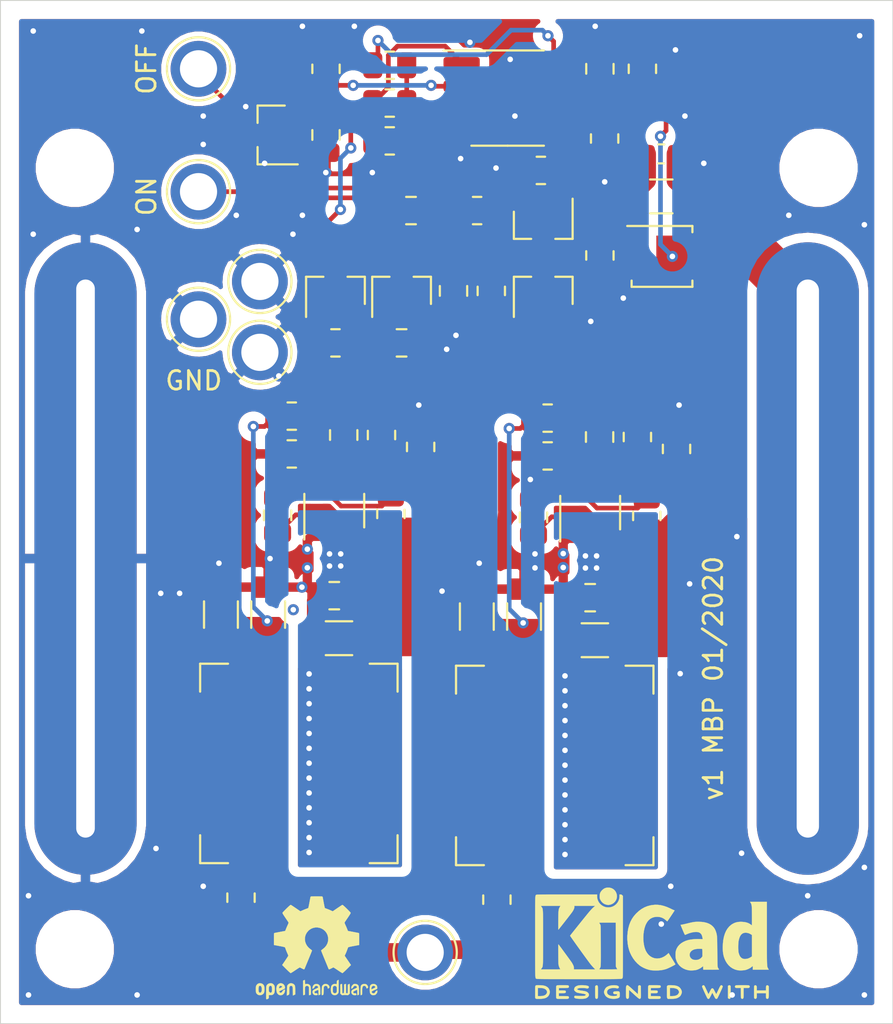
<source format=kicad_pcb>
(kicad_pcb (version 20171130) (host pcbnew 5.1.9-73d0e3b20d~88~ubuntu20.10.1)
  (layers (0 F.Cu signal) (31 B.Cu signal hide) (34 B.Paste user hide) (35 F.Paste user hide) (36 B.SilkS user hide) (37 F.SilkS user) (38 B.Mask user hide) (39 F.Mask user hide) (44 Edge.Cuts user))
  (net 0 "")
  (net 1 GND)
  (net 2 VBUS)
  (net 3 "Net-(C3-Pad2)")
  (net 4 "Net-(C3-Pad1)")
  (net 5 "Net-(C4-Pad2)")
  (net 6 "Net-(C4-Pad1)")
  (net 7 "Net-(C5-Pad1)")
  (net 8 "Net-(C6-Pad2)")
  (net 9 "Net-(C6-Pad1)")
  (net 10 +12V)
  (net 11 "Net-(C8-Pad1)")
  (net 12 "Net-(C13-Pad1)")
  (net 13 "Net-(C14-Pad2)")
  (net 14 "Net-(C14-Pad1)")
  (net 15 "Net-(C16-Pad2)")
  (net 16 "Net-(C16-Pad1)")
  (net 17 "Net-(D1-Pad1)")
  (net 18 +BATT)
  (net 19 "Net-(BT1-Pad1)")
  (net 20 "Net-(Q2-Pad3)")
  (net 21 "Net-(R1-Pad2)")
  (net 22 "Net-(R10-Pad2)")
  (net 23 "Net-(R10-Pad1)")
  (net 24 "Net-(R11-Pad2)")
  (net 25 "Net-(R13-Pad1)")
  (net 26 "Net-(R14-Pad2)")
  (net 27 "Net-(U2-Pad7)")
  (net 28 "Net-(J5-Pad1)")
  (module Symbol:KiCad-Logo2_5mm_SilkScreen (layer F.Cu) (at 161.036 105.664)
    (fp_text reference LOGO2 hide)
    (fp_text value Kicad hide)
  )
  (module Symbol:OSHW-Logo2_7.3x6mm_SilkScreen (layer F.Cu) (at 143.002 105.918)
    (fp_text reference LOGO1 hide)
    (fp_text value oshw hide)
  )
  (module makita_protector:Fiducial_1mm_Mask2mm_Paste (layer F.Cu) (at 164.084 99.314)
    (fp_text reference FID3 hide)
    (fp_text value Fiducial)
    (pad "" smd circle (at 0 0) (size 1 1) (layers F.Cu F.Paste F.Mask) (clearance 0.5))
  )
  (module makita_protector:Fiducial_1mm_Mask2mm_Paste (layer F.Cu) (at 169.926 58.928)
    (fp_text reference FID2 hide)
    (fp_text value Fiducial)
    (pad "" smd circle (at 0 0) (size 1 1) (layers F.Cu F.Paste F.Mask) (clearance 0.5))
  )
  (module makita_protector:Fiducial_1mm_Mask2mm_Paste (layer F.Cu) (at 129.794 58.42)
    (fp_text reference FID1 hide)
    (fp_text value Fiducial)
    (pad "" smd circle (at 0 0) (size 1 1) (layers F.Cu F.Paste F.Mask) (clearance 0.5))
  )
  (module makita_protector:L_Bourns-SRN1060 (layer F.Cu) (at 142.0495 96.012 180)
    (fp_text reference L1 hide)
    (fp_text value SRN1060-220M)
    (pad 2 smd rect (at 3.3 0 180) (size 3.5 10.2) (layers F.Cu F.Paste F.Mask) (net 10 +12V))
    (pad 1 smd rect (at -3.3 0 180) (size 3.5 10.2) (layers F.Cu F.Paste F.Mask) (net 6 "Net-(C4-Pad1)"))
  )
  (module MountingHole:MountingHole_3.2mm_M3_DIN965 (layer F.Cu) (at 130 106)
    (fp_text reference H4 hide)
    (fp_text value MountingHole)
    (pad 1 np_thru_hole circle (at 0 0) (size 3.2 3.2) (drill 3.2) (layers *.Cu *.Mask))
  )
  (module MountingHole:MountingHole_3.2mm_M3_DIN965 (layer F.Cu) (at 170 64)
    (fp_text reference H3 hide)
    (fp_text value MountingHole)
    (pad 1 np_thru_hole circle (at 0 0) (size 3.2 3.2) (drill 3.2) (layers *.Cu *.Mask))
  )
  (module MountingHole:MountingHole_3.2mm_M3_DIN965 (layer F.Cu) (at 170 106)
    (fp_text reference H2 hide)
    (fp_text value MountingHole)
    (pad 1 np_thru_hole circle (at 0 0) (size 3.2 3.2) (drill 3.2) (layers *.Cu *.Mask))
  )
  (module MountingHole:MountingHole_3.2mm_M3_DIN965 (layer F.Cu) (at 130 64)
    (fp_text reference H1 hide)
    (fp_text value MountingHole)
    (pad 1 np_thru_hole circle (at 0 0) (size 3.2 3.2) (drill 3.2) (layers *.Cu *.Mask))
  )
  (module TestPoint:TestPoint_Plated_Hole_D2.0mm (layer F.Cu) (at 136.652 72.136)
    (fp_text reference J6 hide)
    (fp_text value GND)
    (pad 1 thru_hole circle (at 0 0) (size 3 3) (drill 2) (layers *.Cu *.Mask) (net 1 GND))
  )
  (module TestPoint:TestPoint_Plated_Hole_D2.0mm (layer F.Cu) (at 136.652 58.674)
    (fp_text reference J5 hide)
    (fp_text value FORCE_OFF)
    (pad 1 thru_hole circle (at 0 0) (size 3 3) (drill 2) (layers *.Cu *.Mask) (net 28 "Net-(J5-Pad1)"))
  )
  (module TestPoint:TestPoint_Plated_Hole_D2.0mm (layer F.Cu) (at 139.954 70.104)
    (fp_text reference J4 hide)
    (fp_text value GND)
    (pad 1 thru_hole circle (at 0 0) (size 3 3) (drill 2) (layers *.Cu *.Mask) (net 1 GND))
  )
  (module TestPoint:TestPoint_Plated_Hole_D2.0mm (layer F.Cu) (at 136.652 65.278)
    (fp_text reference J3 hide)
    (fp_text value FORCE_ON)
    (pad 1 thru_hole circle (at 0 0) (size 3 3) (drill 2) (layers *.Cu *.Mask) (net 3 "Net-(C3-Pad2)"))
  )
  (module TestPoint:TestPoint_Plated_Hole_D2.0mm (layer F.Cu) (at 139.954 73.914)
    (fp_text reference J2 hide)
    (fp_text value GND)
    (pad 1 thru_hole circle (at 0 0) (size 3 3) (drill 2) (layers *.Cu *.Mask) (net 1 GND))
  )
  (module TestPoint:TestPoint_Plated_Hole_D2.0mm (layer F.Cu) (at 148.844 106.172)
    (fp_text reference J1 hide)
    (fp_text value 12V)
    (pad 1 thru_hole circle (at 0 0) (size 3 3) (drill 2) (layers *.Cu *.Mask) (net 10 +12V))
  )
  (module makita_protector:contact_plates (layer F.Cu) (at 150 85)
    (fp_text reference BT1 hide)
    (fp_text value Battery)
    (pad 2 thru_hole oval (at -19.425 0) (size 5.5 34) (drill oval 1 30) (layers *.Cu *.Mask) (net 1 GND))
    (pad 1 thru_hole oval (at 19.425 0) (size 5.5 34) (drill oval 1.2 30) (layers *.Cu *.Mask) (net 19 "Net-(BT1-Pad1)"))
  )
  (module Resistor_SMD:R_0805_2012Metric (layer F.Cu) (at 152.7015 103.335 90)
    (fp_text reference R23 hide)
    (fp_text value DNP)
    (pad 2 smd roundrect (at 0.9125 0 90) (size 1.025 1.4) (layers F.Cu F.Paste F.Mask) (roundrect_rratio 0.2439014634146341) (net 10 +12V))
    (pad 1 smd roundrect (at -0.9125 0 90) (size 1.025 1.4) (layers F.Cu F.Paste F.Mask) (roundrect_rratio 0.2439014634146341) (net 10 +12V))
  )
  (module Resistor_SMD:R_0805_2012Metric (layer F.Cu) (at 138.938 103.2275 90)
    (fp_text reference R22 hide)
    (fp_text value DNP)
    (pad 2 smd roundrect (at 0.9125 0 90) (size 1.025 1.4) (layers F.Cu F.Paste F.Mask) (roundrect_rratio 0.2439014634146341) (net 10 +12V))
    (pad 1 smd roundrect (at -0.9125 0 90) (size 1.025 1.4) (layers F.Cu F.Paste F.Mask) (roundrect_rratio 0.2439014634146341) (net 10 +12V))
  )
  (module makita_protector:L_Bourns-SRN1060 (layer F.Cu) (at 155.813 96.1195 180)
    (fp_text reference L2 hide)
    (fp_text value SRN1060-220M)
    (pad 2 smd rect (at 3.3 0 180) (size 3.5 10.2) (layers F.Cu F.Paste F.Mask) (net 10 +12V))
    (pad 1 smd rect (at -3.3 0 180) (size 3.5 10.2) (layers F.Cu F.Paste F.Mask) (net 14 "Net-(C14-Pad1)"))
  )
  (module Package_TO_SOT_SMD:SOT-23-6 (layer F.Cu) (at 157.718 82.5305 90)
    (fp_text reference U3 hide)
    (fp_text value TPS54302)
    (pad 5 smd rect (at 1.1 0 90) (size 1.06 0.65) (layers F.Cu F.Paste F.Mask) (net 24 "Net-(R11-Pad2)"))
    (pad 6 smd rect (at 1.1 -0.95 90) (size 1.06 0.65) (layers F.Cu F.Paste F.Mask) (net 13 "Net-(C14-Pad2)"))
    (pad 4 smd rect (at 1.1 0.95 90) (size 1.06 0.65) (layers F.Cu F.Paste F.Mask) (net 15 "Net-(C16-Pad2)"))
    (pad 3 smd rect (at -1.1 0.95 90) (size 1.06 0.65) (layers F.Cu F.Paste F.Mask) (net 2 VBUS))
    (pad 2 smd rect (at -1.1 0 90) (size 1.06 0.65) (layers F.Cu F.Paste F.Mask) (net 14 "Net-(C14-Pad1)"))
    (pad 1 smd rect (at -1.1 -0.95 90) (size 1.06 0.65) (layers F.Cu F.Paste F.Mask) (net 1 GND))
  )
  (module Resistor_SMD:R_0805_2012Metric (layer F.Cu) (at 155.432 79.4825 180)
    (fp_text reference R19 hide)
    (fp_text value 5k6)
    (pad 2 smd roundrect (at 0.9125 0 180) (size 1.025 1.4) (layers F.Cu F.Paste F.Mask) (roundrect_rratio 0.2439014634146341) (net 1 GND))
    (pad 1 smd roundrect (at -0.9125 0 180) (size 1.025 1.4) (layers F.Cu F.Paste F.Mask) (roundrect_rratio 0.2439014634146341) (net 15 "Net-(C16-Pad2)"))
  )
  (module Resistor_SMD:R_0805_2012Metric (layer F.Cu) (at 160.258 78.4665 270)
    (fp_text reference R18 hide)
    (fp_text value 100k)
    (pad 2 smd roundrect (at 0.9125 0 270) (size 1.025 1.4) (layers F.Cu F.Paste F.Mask) (roundrect_rratio 0.2439014634146341) (net 15 "Net-(C16-Pad2)"))
    (pad 1 smd roundrect (at -0.9125 0 270) (size 1.025 1.4) (layers F.Cu F.Paste F.Mask) (roundrect_rratio 0.2439014634146341) (net 16 "Net-(C16-Pad1)"))
  )
  (module Resistor_SMD:R_0805_2012Metric (layer F.Cu) (at 155.432 77.4505)
    (fp_text reference R17 hide)
    (fp_text value 47R)
    (pad 2 smd roundrect (at 0.9125 0) (size 1.025 1.4) (layers F.Cu F.Paste F.Mask) (roundrect_rratio 0.2439014634146341) (net 16 "Net-(C16-Pad1)"))
    (pad 1 smd roundrect (at -0.9125 0) (size 1.025 1.4) (layers F.Cu F.Paste F.Mask) (roundrect_rratio 0.2439014634146341) (net 10 +12V))
  )
  (module Resistor_SMD:R_0805_2012Metric (layer F.Cu) (at 162.3635 79.1075 90)
    (fp_text reference R12 hide)
    (fp_text value R)
    (pad 2 smd roundrect (at 0.9125 0 90) (size 1.025 1.4) (layers F.Cu F.Paste F.Mask) (roundrect_rratio 0.2439014634146341) (net 1 GND))
    (pad 1 smd roundrect (at -0.9125 0 90) (size 1.025 1.4) (layers F.Cu F.Paste F.Mask) (roundrect_rratio 0.2439014634146341) (net 24 "Net-(R11-Pad2)"))
  )
  (module Resistor_SMD:R_0805_2012Metric (layer F.Cu) (at 160.7635 82.7075 90)
    (fp_text reference R11 hide)
    (fp_text value R)
    (pad 2 smd roundrect (at 0.9125 0 90) (size 1.025 1.4) (layers F.Cu F.Paste F.Mask) (roundrect_rratio 0.2439014634146341) (net 24 "Net-(R11-Pad2)"))
    (pad 1 smd roundrect (at -0.9125 0 90) (size 1.025 1.4) (layers F.Cu F.Paste F.Mask) (roundrect_rratio 0.2439014634146341) (net 2 VBUS))
  )
  (module Capacitor_SMD:C_1206_3216Metric (layer F.Cu) (at 154.162 88.1185 90)
    (fp_text reference C18 hide)
    (fp_text value 10u)
    (pad 2 smd roundrect (at 1.475 0 90) (size 1.15 1.8) (layers F.Cu F.Paste F.Mask) (roundrect_rratio 0.2173904347826087) (net 1 GND))
    (pad 1 smd roundrect (at -1.475 0 90) (size 1.15 1.8) (layers F.Cu F.Paste F.Mask) (roundrect_rratio 0.2173904347826087) (net 10 +12V))
  )
  (module Capacitor_SMD:C_1206_3216Metric (layer F.Cu) (at 151.622 88.1185 90)
    (fp_text reference C17 hide)
    (fp_text value 10u)
    (pad 2 smd roundrect (at 1.475 0 90) (size 1.15 1.8) (layers F.Cu F.Paste F.Mask) (roundrect_rratio 0.2173904347826087) (net 1 GND))
    (pad 1 smd roundrect (at -1.475 0 90) (size 1.15 1.8) (layers F.Cu F.Paste F.Mask) (roundrect_rratio 0.2173904347826087) (net 10 +12V))
  )
  (module Capacitor_SMD:C_0805_2012Metric (layer F.Cu) (at 158.226 78.4665 270)
    (fp_text reference C16 hide)
    (fp_text value 100p)
    (pad 2 smd roundrect (at 0.95 0 270) (size 1 1.45) (layers F.Cu F.Paste F.Mask) (net 15 "Net-(C16-Pad2)"))
    (pad 1 smd roundrect (at -0.95 0 270) (size 1 1.45) (layers F.Cu F.Paste F.Mask) (net 16 "Net-(C16-Pad1)"))
  )
  (module Capacitor_SMD:C_0805_2012Metric (layer F.Cu) (at 154.67 82.7845 90)
    (fp_text reference C14 hide)
    (fp_text value 100n)
    (pad 2 smd roundrect (at 0.95 0 90) (size 1 1.45) (layers F.Cu F.Paste F.Mask) (net 13 "Net-(C14-Pad2)"))
    (pad 1 smd roundrect (at -0.95 0 90) (size 1 1.45) (layers F.Cu F.Paste F.Mask) (net 14 "Net-(C14-Pad1)"))
  )
  (module Capacitor_SMD:C_1206_3216Metric (layer F.Cu) (at 157.972 89.3885 180)
    (fp_text reference C12 hide)
    (fp_text value 10u)
    (pad 2 smd roundrect (at 1.475 0 180) (size 1.15 1.8) (layers F.Cu F.Paste F.Mask) (roundrect_rratio 0.2173904347826087) (net 1 GND))
    (pad 1 smd roundrect (at -1.475 0 180) (size 1.15 1.8) (layers F.Cu F.Paste F.Mask) (roundrect_rratio 0.2173904347826087) (net 2 VBUS))
  )
  (module Capacitor_SMD:C_0805_2012Metric (layer F.Cu) (at 157.718 87.1025 180)
    (fp_text reference C11 hide)
    (fp_text value 100n)
    (pad 2 smd roundrect (at 0.95 0 180) (size 1 1.45) (layers F.Cu F.Paste F.Mask) (net 1 GND))
    (pad 1 smd roundrect (at -0.95 0 180) (size 1 1.45) (layers F.Cu F.Paste F.Mask) (net 2 VBUS))
  )
  (module Fuse:Fuse_0603_1608Metric (layer F.Cu) (at 161.544 63.246)
    (fp_text reference F2 hide)
    (fp_text value Fuse)
    (pad 2 smd roundrect (at 0.7875 0) (size 0.875 0.95) (layers F.Cu F.Paste F.Mask) (net 19 "Net-(BT1-Pad1)"))
    (pad 1 smd roundrect (at -0.7875 0) (size 0.875 0.95) (layers F.Cu F.Paste F.Mask) (net 18 +BATT))
  )
  (module Capacitor_SMD:C_0805_2012Metric (layer F.Cu) (at 140.9065 82.677 90)
    (fp_text reference C4 hide)
    (fp_text value 100n)
    (pad 2 smd roundrect (at 0.95 0 90) (size 1 1.45) (layers F.Cu F.Paste F.Mask) (net 5 "Net-(C4-Pad2)"))
    (pad 1 smd roundrect (at -0.95 0 90) (size 1 1.45) (layers F.Cu F.Paste F.Mask) (net 6 "Net-(C4-Pad1)"))
  )
  (module Package_SO:SOIC-8_3.9x4.9mm_P1.27mm (layer F.Cu) (at 153.279 60.2465)
    (fp_text reference U2 hide)
    (fp_text value LM2903)
    (pad 8 smd roundrect (at 2.475 -1.905) (size 1.95 0.6) (layers F.Cu F.Paste F.Mask) (net 2 VBUS))
    (pad 7 smd roundrect (at 2.475 -0.635) (size 1.95 0.6) (layers F.Cu F.Paste F.Mask) (net 27 "Net-(U2-Pad7)"))
    (pad 6 smd roundrect (at 2.475 0.635) (size 1.95 0.6) (layers F.Cu F.Paste F.Mask) (net 26 "Net-(R14-Pad2)"))
    (pad 5 smd roundrect (at 2.475 1.905) (size 1.95 0.6) (layers F.Cu F.Paste F.Mask) (net 25 "Net-(R13-Pad1)"))
    (pad 4 smd roundrect (at -2.475 1.905) (size 1.95 0.6) (layers F.Cu F.Paste F.Mask) (net 1 GND))
    (pad 3 smd roundrect (at -2.475 0.635) (size 1.95 0.6) (layers F.Cu F.Paste F.Mask) (net 23 "Net-(R10-Pad1)"))
    (pad 2 smd roundrect (at -2.475 -0.635) (size 1.95 0.6) (layers F.Cu F.Paste F.Mask) (net 12 "Net-(C13-Pad1)"))
    (pad 1 smd roundrect (at -2.475 -1.905) (size 1.95 0.6) (layers F.Cu F.Paste F.Mask) (net 22 "Net-(R10-Pad2)"))
  )
  (module Package_TO_SOT_SMD:SOT-23-6 (layer F.Cu) (at 143.9545 82.423 90)
    (fp_text reference U1 hide)
    (fp_text value TPS54302)
    (pad 5 smd rect (at 1.1 0 90) (size 1.06 0.65) (layers F.Cu F.Paste F.Mask) (net 21 "Net-(R1-Pad2)"))
    (pad 6 smd rect (at 1.1 -0.95 90) (size 1.06 0.65) (layers F.Cu F.Paste F.Mask) (net 5 "Net-(C4-Pad2)"))
    (pad 4 smd rect (at 1.1 0.95 90) (size 1.06 0.65) (layers F.Cu F.Paste F.Mask) (net 8 "Net-(C6-Pad2)"))
    (pad 3 smd rect (at -1.1 0.95 90) (size 1.06 0.65) (layers F.Cu F.Paste F.Mask) (net 2 VBUS))
    (pad 2 smd rect (at -1.1 0 90) (size 1.06 0.65) (layers F.Cu F.Paste F.Mask) (net 6 "Net-(C4-Pad1)"))
    (pad 1 smd rect (at -1.1 -0.95 90) (size 1.06 0.65) (layers F.Cu F.Paste F.Mask) (net 1 GND))
  )
  (module Resistor_SMD:R_0805_2012Metric (layer F.Cu) (at 146.939 62.5475 180)
    (fp_text reference R21 hide)
    (fp_text value 100k)
    (pad 2 smd roundrect (at 0.9125 0 180) (size 1.025 1.4) (layers F.Cu F.Paste F.Mask) (roundrect_rratio 0.2439014634146341) (net 1 GND))
    (pad 1 smd roundrect (at -0.9125 0 180) (size 1.025 1.4) (layers F.Cu F.Paste F.Mask) (roundrect_rratio 0.2439014634146341) (net 23 "Net-(R10-Pad1)"))
  )
  (module Resistor_SMD:R_0805_2012Metric (layer F.Cu) (at 146.939 58.4835)
    (fp_text reference R20 hide)
    (fp_text value 100k)
    (pad 2 smd roundrect (at 0.9125 0) (size 1.025 1.4) (layers F.Cu F.Paste F.Mask) (roundrect_rratio 0.2439014634146341) (net 23 "Net-(R10-Pad1)"))
    (pad 1 smd roundrect (at -0.9125 0) (size 1.025 1.4) (layers F.Cu F.Paste F.Mask) (roundrect_rratio 0.2439014634146341) (net 2 VBUS))
  )
  (module Resistor_SMD:R_0805_2012Metric (layer F.Cu) (at 155.067 64.135)
    (fp_text reference R16 hide)
    (fp_text value 33k)
    (pad 2 smd roundrect (at 0.9125 0) (size 1.025 1.4) (layers F.Cu F.Paste F.Mask) (roundrect_rratio 0.2439014634146341) (net 28 "Net-(J5-Pad1)"))
    (pad 1 smd roundrect (at -0.9125 0) (size 1.025 1.4) (layers F.Cu F.Paste F.Mask) (roundrect_rratio 0.2439014634146341) (net 23 "Net-(R10-Pad1)"))
  )
  (module Resistor_SMD:R_0805_2012Metric (layer F.Cu) (at 143.51 58.674 270)
    (fp_text reference R15 hide)
    (fp_text value 100k)
    (pad 2 smd roundrect (at 0.9125 0 270) (size 1.025 1.4) (layers F.Cu F.Paste F.Mask) (roundrect_rratio 0.2439014634146341) (net 12 "Net-(C13-Pad1)"))
    (pad 1 smd roundrect (at -0.9125 0 270) (size 1.025 1.4) (layers F.Cu F.Paste F.Mask) (roundrect_rratio 0.2439014634146341) (net 2 VBUS))
  )
  (module Resistor_SMD:R_0805_2012Metric (layer F.Cu) (at 160.528 58.674 270)
    (fp_text reference R14 hide)
    (fp_text value 100k)
    (pad 2 smd roundrect (at 0.9125 0 270) (size 1.025 1.4) (layers F.Cu F.Paste F.Mask) (roundrect_rratio 0.2439014634146341) (net 26 "Net-(R14-Pad2)"))
    (pad 1 smd roundrect (at -0.9125 0 270) (size 1.025 1.4) (layers F.Cu F.Paste F.Mask) (roundrect_rratio 0.2439014634146341) (net 2 VBUS))
  )
  (module Resistor_SMD:R_0805_2012Metric (layer F.Cu) (at 158.496 62.4205 270)
    (fp_text reference R13 hide)
    (fp_text value 100k)
    (pad 2 smd roundrect (at 0.9125 0 270) (size 1.025 1.4) (layers F.Cu F.Paste F.Mask) (roundrect_rratio 0.2439014634146341) (net 1 GND))
    (pad 1 smd roundrect (at -0.9125 0 270) (size 1.025 1.4) (layers F.Cu F.Paste F.Mask) (roundrect_rratio 0.2439014634146341) (net 25 "Net-(R13-Pad1)"))
  )
  (module Resistor_SMD:R_0805_2012Metric (layer F.Cu) (at 146.939 60.5155 180)
    (fp_text reference R10 hide)
    (fp_text value 1Meg)
    (pad 2 smd roundrect (at 0.9125 0 180) (size 1.025 1.4) (layers F.Cu F.Paste F.Mask) (roundrect_rratio 0.2439014634146341) (net 22 "Net-(R10-Pad2)"))
    (pad 1 smd roundrect (at -0.9125 0 180) (size 1.025 1.4) (layers F.Cu F.Paste F.Mask) (roundrect_rratio 0.2439014634146341) (net 23 "Net-(R10-Pad1)"))
  )
  (module Resistor_SMD:R_0805_2012Metric (layer F.Cu) (at 144.018 73.406)
    (fp_text reference R9 hide)
    (fp_text value 33k)
    (pad 2 smd roundrect (at 0.9125 0) (size 1.025 1.4) (layers F.Cu F.Paste F.Mask) (roundrect_rratio 0.2439014634146341) (net 11 "Net-(C8-Pad1)"))
    (pad 1 smd roundrect (at -0.9125 0) (size 1.025 1.4) (layers F.Cu F.Paste F.Mask) (roundrect_rratio 0.2439014634146341) (net 22 "Net-(R10-Pad2)"))
  )
  (module Resistor_SMD:R_0805_2012Metric (layer F.Cu) (at 152.4 70.612 90)
    (fp_text reference R8 hide)
    (fp_text value 33k)
    (pad 2 smd roundrect (at 0.9125 0 90) (size 1.025 1.4) (layers F.Cu F.Paste F.Mask) (roundrect_rratio 0.2439014634146341) (net 20 "Net-(Q2-Pad3)"))
    (pad 1 smd roundrect (at -0.9125 0 90) (size 1.025 1.4) (layers F.Cu F.Paste F.Mask) (roundrect_rratio 0.2439014634146341) (net 7 "Net-(C5-Pad1)"))
  )
  (module Resistor_SMD:R_0805_2012Metric (layer F.Cu) (at 141.6685 79.375 180)
    (fp_text reference R7 hide)
    (fp_text value 5k6)
    (pad 2 smd roundrect (at 0.9125 0 180) (size 1.025 1.4) (layers F.Cu F.Paste F.Mask) (roundrect_rratio 0.2439014634146341) (net 1 GND))
    (pad 1 smd roundrect (at -0.9125 0 180) (size 1.025 1.4) (layers F.Cu F.Paste F.Mask) (roundrect_rratio 0.2439014634146341) (net 8 "Net-(C6-Pad2)"))
  )
  (module Resistor_SMD:R_0805_2012Metric (layer F.Cu) (at 146.4945 78.359 270)
    (fp_text reference R6 hide)
    (fp_text value 100k)
    (pad 2 smd roundrect (at 0.9125 0 270) (size 1.025 1.4) (layers F.Cu F.Paste F.Mask) (roundrect_rratio 0.2439014634146341) (net 8 "Net-(C6-Pad2)"))
    (pad 1 smd roundrect (at -0.9125 0 270) (size 1.025 1.4) (layers F.Cu F.Paste F.Mask) (roundrect_rratio 0.2439014634146341) (net 9 "Net-(C6-Pad1)"))
  )
  (module Resistor_SMD:R_0805_2012Metric (layer F.Cu) (at 141.6685 77.343)
    (fp_text reference R5 hide)
    (fp_text value 47R)
    (pad 2 smd roundrect (at 0.9125 0) (size 1.025 1.4) (layers F.Cu F.Paste F.Mask) (roundrect_rratio 0.2439014634146341) (net 9 "Net-(C6-Pad1)"))
    (pad 1 smd roundrect (at -0.9125 0) (size 1.025 1.4) (layers F.Cu F.Paste F.Mask) (roundrect_rratio 0.2439014634146341) (net 10 +12V))
  )
  (module Resistor_SMD:R_0805_2012Metric (layer F.Cu) (at 151.638 66.294 180)
    (fp_text reference R4 hide)
    (fp_text value 33k)
    (pad 2 smd roundrect (at 0.9125 0 180) (size 1.025 1.4) (layers F.Cu F.Paste F.Mask) (roundrect_rratio 0.2439014634146341) (net 4 "Net-(C3-Pad1)"))
    (pad 1 smd roundrect (at -0.9125 0 180) (size 1.025 1.4) (layers F.Cu F.Paste F.Mask) (roundrect_rratio 0.2439014634146341) (net 7 "Net-(C5-Pad1)"))
  )
  (module Resistor_SMD:R_0805_2012Metric (layer F.Cu) (at 158.242 68.707 270)
    (fp_text reference R3 hide)
    (fp_text value 33k)
    (pad 2 smd roundrect (at 0.9125 0 270) (size 1.025 1.4) (layers F.Cu F.Paste F.Mask) (roundrect_rratio 0.2439014634146341) (net 7 "Net-(C5-Pad1)"))
    (pad 1 smd roundrect (at -0.9125 0 270) (size 1.025 1.4) (layers F.Cu F.Paste F.Mask) (roundrect_rratio 0.2439014634146341) (net 18 +BATT))
  )
  (module Resistor_SMD:R_0805_2012Metric (layer F.Cu) (at 148.6 79 90)
    (fp_text reference R2 hide)
    (fp_text value R)
    (pad 2 smd roundrect (at 0.9125 0 90) (size 1.025 1.4) (layers F.Cu F.Paste F.Mask) (roundrect_rratio 0.2439014634146341) (net 1 GND))
    (pad 1 smd roundrect (at -0.9125 0 90) (size 1.025 1.4) (layers F.Cu F.Paste F.Mask) (roundrect_rratio 0.2439014634146341) (net 21 "Net-(R1-Pad2)"))
  )
  (module Resistor_SMD:R_0805_2012Metric (layer F.Cu) (at 147 82.6 90)
    (fp_text reference R1 hide)
    (fp_text value R)
    (pad 2 smd roundrect (at 0.9125 0 90) (size 1.025 1.4) (layers F.Cu F.Paste F.Mask) (roundrect_rratio 0.2439014634146341) (net 21 "Net-(R1-Pad2)"))
    (pad 1 smd roundrect (at -0.9125 0 90) (size 1.025 1.4) (layers F.Cu F.Paste F.Mask) (roundrect_rratio 0.2439014634146341) (net 2 VBUS))
  )
  (module Package_TO_SOT_SMD:SOT-23 (layer F.Cu) (at 147.574 70.612 90)
    (fp_text reference Q2 hide)
    (fp_text value BSS123)
    (pad 3 smd rect (at 1 0 90) (size 0.9 0.8) (layers F.Cu F.Paste F.Mask) (net 20 "Net-(Q2-Pad3)"))
    (pad 2 smd rect (at -1 0.95 90) (size 0.9 0.8) (layers F.Cu F.Paste F.Mask) (net 1 GND))
    (pad 1 smd rect (at -1 -0.95 90) (size 0.9 0.8) (layers F.Cu F.Paste F.Mask) (net 11 "Net-(C8-Pad1)"))
  )
  (module Package_SO:Vishay_PowerPAK_1212-8_Single (layer F.Cu) (at 161.582 68.758)
    (fp_text reference Q1 hide)
    (fp_text value SQJ457EP)
    (pad 5 smd custom (at 0.5575 0) (size 1.725 2.235) (layers F.Cu F.Paste F.Mask) (net 2 VBUS) (options (clearance outline) (anchor rect)) (primitives (gr_poly (pts (xy 0.8625 0.1275) (xy 0.8625 -0.1275) (xy 1.3725 -0.1275) (xy 1.3725 -0.5325) (xy 0.8625 -0.5325) (xy 0.8625 -0.7875) (xy 1.3725 -0.7875) (xy 1.3725 -1.195) (xy 0.6125 -1.195) (xy 0.6125 1.195) (xy 1.3725 1.195) (xy 1.3725 0.7875) (xy 0.8625 0.7875) (xy 0.8625 0.5325) (xy 1.3725 0.5325) (xy 1.3725 0.1275)) (width 0))))
    (pad 4 smd rect (at -1.435 0.99) (size 0.99 0.405) (layers F.Cu F.Paste F.Mask) (net 7 "Net-(C5-Pad1)"))
    (pad 3 smd rect (at -1.435 0.33) (size 0.99 0.405) (layers F.Cu F.Paste F.Mask) (net 18 +BATT))
    (pad 2 smd rect (at -1.435 -0.33) (size 0.99 0.405) (layers F.Cu F.Paste F.Mask) (net 18 +BATT))
    (pad 1 smd rect (at -1.435 -0.99) (size 0.99 0.405) (layers F.Cu F.Paste F.Mask) (net 18 +BATT))
  )
  (module Fuse:Fuse_1206_3216Metric (layer F.Cu) (at 161.544 65.532)
    (fp_text reference F1 hide)
    (fp_text value Fuse)
    (pad 2 smd roundrect (at 1.4 0) (size 1.25 1.75) (layers F.Cu F.Paste F.Mask) (roundrect_rratio 0.2) (net 19 "Net-(BT1-Pad1)"))
    (pad 1 smd roundrect (at -1.4 0) (size 1.25 1.75) (layers F.Cu F.Paste F.Mask) (roundrect_rratio 0.2) (net 18 +BATT))
  )
  (module Diode_SMD:D_SOT-23_ANK (layer F.Cu) (at 140.589 62.23 180)
    (fp_text reference D4 hide)
    (fp_text value LBZX84C10LT1G)
    (pad 1 smd rect (at 1 0 180) (size 0.9 0.8) (layers F.Cu F.Paste F.Mask) (net 12 "Net-(C13-Pad1)"))
    (pad "" smd rect (at -1 0.95 180) (size 0.9 0.8) (layers F.Cu F.Paste F.Mask))
    (pad 2 smd rect (at -1 -0.95 180) (size 0.9 0.8) (layers F.Cu F.Paste F.Mask) (net 1 GND))
  )
  (module Diode_SMD:D_SOT-23_ANK (layer F.Cu) (at 144.018 70.612 90)
    (fp_text reference D3 hide)
    (fp_text value LBZX84C10LT1G)
    (pad 1 smd rect (at 1 0 90) (size 0.9 0.8) (layers F.Cu F.Paste F.Mask) (net 11 "Net-(C8-Pad1)"))
    (pad "" smd rect (at -1 0.95 90) (size 0.9 0.8) (layers F.Cu F.Paste F.Mask))
    (pad 2 smd rect (at -1 -0.95 90) (size 0.9 0.8) (layers F.Cu F.Paste F.Mask) (net 1 GND))
  )
  (module Diode_SMD:D_SOT-23_ANK (layer F.Cu) (at 155.194 70.612 90)
    (fp_text reference D2 hide)
    (fp_text value LBZX84C10LT1G)
    (pad 1 smd rect (at 1 0 90) (size 0.9 0.8) (layers F.Cu F.Paste F.Mask) (net 17 "Net-(D1-Pad1)"))
    (pad "" smd rect (at -1 0.95 90) (size 0.9 0.8) (layers F.Cu F.Paste F.Mask))
    (pad 2 smd rect (at -1 -0.95 90) (size 0.9 0.8) (layers F.Cu F.Paste F.Mask) (net 7 "Net-(C5-Pad1)"))
  )
  (module Diode_SMD:D_SOT-23_ANK (layer F.Cu) (at 155.194 67.056 270)
    (fp_text reference D1 hide)
    (fp_text value LBZX84C10LT1G)
    (pad 1 smd rect (at 1 0 270) (size 0.9 0.8) (layers F.Cu F.Paste F.Mask) (net 17 "Net-(D1-Pad1)"))
    (pad "" smd rect (at -1 0.95 270) (size 0.9 0.8) (layers F.Cu F.Paste F.Mask))
    (pad 2 smd rect (at -1 -0.95 270) (size 0.9 0.8) (layers F.Cu F.Paste F.Mask) (net 18 +BATT))
  )
  (module Capacitor_SMD:C_0805_2012Metric (layer F.Cu) (at 143.51 62.23 270)
    (fp_text reference C13 hide)
    (fp_text value 100n)
    (pad 2 smd roundrect (at 0.95 0 270) (size 1 1.45) (layers F.Cu F.Paste F.Mask) (net 1 GND))
    (pad 1 smd roundrect (at -0.95 0 270) (size 1 1.45) (layers F.Cu F.Paste F.Mask) (net 12 "Net-(C13-Pad1)"))
  )
  (module Capacitor_SMD:C_0805_2012Metric (layer F.Cu) (at 158.242 58.674 90)
    (fp_text reference C10 hide)
    (fp_text value 100n)
    (pad 2 smd roundrect (at 0.95 0 90) (size 1 1.45) (layers F.Cu F.Paste F.Mask) (net 1 GND))
    (pad 1 smd roundrect (at -0.95 0 90) (size 1 1.45) (layers F.Cu F.Paste F.Mask) (net 2 VBUS))
  )
  (module Capacitor_SMD:C_1206_3216Metric (layer F.Cu) (at 140.3985 88.011 90)
    (fp_text reference C9 hide)
    (fp_text value 10u)
    (pad 2 smd roundrect (at 1.475 0 90) (size 1.15 1.8) (layers F.Cu F.Paste F.Mask) (roundrect_rratio 0.2173904347826087) (net 1 GND))
    (pad 1 smd roundrect (at -1.475 0 90) (size 1.15 1.8) (layers F.Cu F.Paste F.Mask) (roundrect_rratio 0.2173904347826087) (net 10 +12V))
  )
  (module Capacitor_SMD:C_0805_2012Metric (layer F.Cu) (at 147.574 73.406)
    (fp_text reference C8 hide)
    (fp_text value 100n)
    (pad 2 smd roundrect (at 0.95 0) (size 1 1.45) (layers F.Cu F.Paste F.Mask) (net 1 GND))
    (pad 1 smd roundrect (at -0.95 0) (size 1 1.45) (layers F.Cu F.Paste F.Mask) (net 11 "Net-(C8-Pad1)"))
  )
  (module Capacitor_SMD:C_1206_3216Metric (layer F.Cu) (at 137.8585 88.011 90)
    (fp_text reference C7 hide)
    (fp_text value 10u)
    (pad 2 smd roundrect (at 1.475 0 90) (size 1.15 1.8) (layers F.Cu F.Paste F.Mask) (roundrect_rratio 0.2173904347826087) (net 1 GND))
    (pad 1 smd roundrect (at -1.475 0 90) (size 1.15 1.8) (layers F.Cu F.Paste F.Mask) (roundrect_rratio 0.2173904347826087) (net 10 +12V))
  )
  (module Capacitor_SMD:C_0805_2012Metric (layer F.Cu) (at 144.4625 78.359 270)
    (fp_text reference C6 hide)
    (fp_text value 100p)
    (pad 2 smd roundrect (at 0.95 0 270) (size 1 1.45) (layers F.Cu F.Paste F.Mask) (net 8 "Net-(C6-Pad2)"))
    (pad 1 smd roundrect (at -0.95 0 270) (size 1 1.45) (layers F.Cu F.Paste F.Mask) (net 9 "Net-(C6-Pad1)"))
  )
  (module Capacitor_SMD:C_0805_2012Metric (layer F.Cu) (at 150.368 70.612 270)
    (fp_text reference C5 hide)
    (fp_text value 100n)
    (pad 2 smd roundrect (at 0.95 0 270) (size 1 1.45) (layers F.Cu F.Paste F.Mask) (net 1 GND))
    (pad 1 smd roundrect (at -0.95 0 270) (size 1 1.45) (layers F.Cu F.Paste F.Mask) (net 7 "Net-(C5-Pad1)"))
  )
  (module Capacitor_SMD:C_0805_2012Metric (layer F.Cu) (at 148.082 66.294 180)
    (fp_text reference C3 hide)
    (fp_text value 100n)
    (pad 2 smd roundrect (at 0.95 0 180) (size 1 1.45) (layers F.Cu F.Paste F.Mask) (net 3 "Net-(C3-Pad2)"))
    (pad 1 smd roundrect (at -0.95 0 180) (size 1 1.45) (layers F.Cu F.Paste F.Mask) (net 4 "Net-(C3-Pad1)"))
  )
  (module Capacitor_SMD:C_1206_3216Metric (layer F.Cu) (at 144.2085 89.281 180)
    (fp_text reference C2 hide)
    (fp_text value 10u)
    (pad 2 smd roundrect (at 1.475 0 180) (size 1.15 1.8) (layers F.Cu F.Paste F.Mask) (roundrect_rratio 0.2173904347826087) (net 1 GND))
    (pad 1 smd roundrect (at -1.475 0 180) (size 1.15 1.8) (layers F.Cu F.Paste F.Mask) (roundrect_rratio 0.2173904347826087) (net 2 VBUS))
  )
  (module Capacitor_SMD:C_0805_2012Metric (layer F.Cu) (at 143.9545 86.995 180)
    (fp_text reference C1 hide)
    (fp_text value 100n)
    (pad 2 smd roundrect (at 0.95 0 180) (size 1 1.45) (layers F.Cu F.Paste F.Mask) (net 1 GND))
    (pad 1 smd roundrect (at -0.95 0 180) (size 1 1.45) (layers F.Cu F.Paste F.Mask) (net 2 VBUS))
  )
  (gr_text OFF (at 133.858 58.674 90) (layer F.SilkS) (effects (font (size 1 1))))
  (gr_text GND (at 136.398 75.438) (layer F.SilkS) (effects (font (size 1 1))))
  (gr_text ON (at 133.858 65.532 90) (layer F.SilkS) (effects (font (size 1 1))))
  (gr_text "v1 MBP 01/2020" (at 164.338 91.44 90) (layer F.SilkS) (effects (font (size 1 1))))
  (gr_line (start 126 110) (end 174 110) (layer Edge.Cuts) (width 0.05))
  (gr_line (start 126 55) (end 126 110) (layer Edge.Cuts) (width 0.05))
  (gr_line (start 174 55) (end 126 55) (layer Edge.Cuts) (width 0.05))
  (gr_line (start 174 110) (end 174 55) (layer Edge.Cuts) (width 0.05))
  (via (at 141.75 87.75) (size 0.6) (drill 0.3) (layers F.Cu B.Cu) (net 0))
  (segment (start 142.505671 84.021829) (end 143.0045 83.523) (width 0.5) (layer F.Cu) (net 1))
  (segment (start 142.505671 86.496171) (end 142.505671 85.494329) (width 0.5) (layer F.Cu) (net 1))
  (segment (start 143.0045 86.995) (end 142.505671 86.496171) (width 0.5) (layer F.Cu) (net 1))
  (segment (start 142.5455 86.536) (end 143.0045 86.995) (width 0.5) (layer F.Cu) (net 1))
  (segment (start 140.3985 86.536) (end 142.214 86.536) (width 0.5) (layer F.Cu) (net 1))
  (segment (start 142.7335 87.266) (end 143.0045 86.995) (width 0.5) (layer F.Cu) (net 1))
  (segment (start 142.7335 89.281) (end 142.7335 87.266) (width 0.5) (layer F.Cu) (net 1))
  (segment (start 156.269171 84.129329) (end 156.768 83.6305) (width 0.5) (layer F.Cu) (net 1))
  (segment (start 156.269171 86.603671) (end 156.269171 85.480829) (width 0.5) (layer F.Cu) (net 1))
  (segment (start 156.768 87.1025) (end 156.269171 86.603671) (width 0.5) (layer F.Cu) (net 1))
  (segment (start 156.309 86.6435) (end 156.768 87.1025) (width 0.5) (layer F.Cu) (net 1))
  (segment (start 154.162 86.6435) (end 156.309 86.6435) (width 0.5) (layer F.Cu) (net 1))
  (segment (start 156.497 87.3735) (end 156.768 87.1025) (width 0.5) (layer F.Cu) (net 1))
  (segment (start 156.497 89.3885) (end 156.497 87.3735) (width 0.5) (layer F.Cu) (net 1))
  (via (at 143.5 64.25) (size 0.6) (drill 0.3) (layers F.Cu B.Cu) (net 1))
  (via (at 140.208 63.754) (size 0.6) (drill 0.3) (layers F.Cu B.Cu) (net 1))
  (via (at 136.906 61.214) (size 0.6) (drill 0.3) (layers F.Cu B.Cu) (net 1))
  (via (at 146 64.25) (size 0.6) (drill 0.3) (layers F.Cu B.Cu) (net 1))
  (via (at 150.75 63.5) (size 0.6) (drill 0.3) (layers F.Cu B.Cu) (net 1))
  (via (at 151.25 57.25) (size 0.6) (drill 0.3) (layers F.Cu B.Cu) (net 1))
  (via (at 158.5 64.75) (size 0.6) (drill 0.3) (layers F.Cu B.Cu) (net 1))
  (via (at 150.5 73) (size 0.6) (drill 0.3) (layers F.Cu B.Cu) (net 1))
  (via (at 150 73.75) (size 0.6) (drill 0.3) (layers F.Cu B.Cu) (net 1))
  (via (at 159.5 71) (size 0.6) (drill 0.3) (layers F.Cu B.Cu) (net 1))
  (via (at 157.75 72.25) (size 0.6) (drill 0.3) (layers F.Cu B.Cu) (net 1))
  (via (at 162.5 76.75) (size 0.6) (drill 0.3) (layers F.Cu B.Cu) (net 1))
  (via (at 148.5 76.75) (size 0.6) (drill 0.3) (layers F.Cu B.Cu) (net 1))
  (via (at 154.5 80.75) (size 0.6) (drill 0.3) (layers F.Cu B.Cu) (net 1))
  (segment (start 156.269171 84.730829) (end 156.269171 84.129329) (width 0.5) (layer F.Cu) (net 1))
  (via (at 156.269171 84.730829) (size 0.6) (drill 0.3) (layers F.Cu B.Cu) (net 1))
  (segment (start 156.269171 85.480829) (end 156.269171 84.730829) (width 0.5) (layer F.Cu) (net 1))
  (via (at 156.269171 85.480829) (size 0.6) (drill 0.3) (layers F.Cu B.Cu) (net 1))
  (via (at 154.75 84.75) (size 0.6) (drill 0.3) (layers F.Cu B.Cu) (net 1))
  (via (at 154.75 85.5) (size 0.6) (drill 0.3) (layers F.Cu B.Cu) (net 1))
  (via (at 151.75 85.25) (size 0.6) (drill 0.3) (layers F.Cu B.Cu) (net 1))
  (via (at 149.75 86.75) (size 0.6) (drill 0.3) (layers F.Cu B.Cu) (net 1))
  (via (at 137.75 85.25) (size 0.6) (drill 0.3) (layers F.Cu B.Cu) (net 1))
  (via (at 140.5 85) (size 0.6) (drill 0.3) (layers F.Cu B.Cu) (net 1))
  (segment (start 142.505671 84.494329) (end 142.505671 84.021829) (width 0.5) (layer F.Cu) (net 1))
  (via (at 142.505671 84.494329) (size 0.6) (drill 0.3) (layers F.Cu B.Cu) (net 1))
  (segment (start 142.505671 85.494329) (end 142.505671 84.494329) (width 0.5) (layer F.Cu) (net 1))
  (via (at 142.505671 85.494329) (size 0.6) (drill 0.3) (layers F.Cu B.Cu) (net 1))
  (segment (start 142.214 86.536) (end 142.5455 86.536) (width 0.5) (layer F.Cu) (net 1))
  (via (at 142.214 86.536) (size 0.6) (drill 0.3) (layers F.Cu B.Cu) (net 1))
  (via (at 161.544 104.648) (size 0.6) (drill 0.3) (layers F.Cu B.Cu) (net 1))
  (via (at 162.052 102.616) (size 0.6) (drill 0.3) (layers F.Cu B.Cu) (net 1))
  (via (at 162.56 91.186) (size 0.6) (drill 0.3) (layers F.Cu B.Cu) (net 1))
  (via (at 163.068 86.36) (size 0.6) (drill 0.3) (layers F.Cu B.Cu) (net 1))
  (via (at 165.608 83.82) (size 0.6) (drill 0.3) (layers F.Cu B.Cu) (net 1))
  (via (at 165.862 100.838) (size 0.6) (drill 0.3) (layers F.Cu B.Cu) (net 1))
  (via (at 169.418 103.124) (size 0.6) (drill 0.3) (layers F.Cu B.Cu) (net 1))
  (via (at 172.466 101.6) (size 0.6) (drill 0.3) (layers F.Cu B.Cu) (net 1))
  (via (at 172.466 108.458) (size 0.6) (drill 0.3) (layers F.Cu B.Cu) (net 1))
  (via (at 165.354 108.458) (size 0.6) (drill 0.3) (layers F.Cu B.Cu) (net 1))
  (via (at 133.35 108.458) (size 0.6) (drill 0.3) (layers F.Cu B.Cu) (net 1))
  (via (at 127.508 108.458) (size 0.6) (drill 0.3) (layers F.Cu B.Cu) (net 1))
  (via (at 127.508 103.124) (size 0.6) (drill 0.3) (layers F.Cu B.Cu) (net 1))
  (via (at 136.906 102.616) (size 0.6) (drill 0.3) (layers F.Cu B.Cu) (net 1))
  (via (at 134.366 100.584) (size 0.6) (drill 0.3) (layers F.Cu B.Cu) (net 1))
  (via (at 134.62 86.868) (size 0.6) (drill 0.3) (layers F.Cu B.Cu) (net 1))
  (via (at 135.636 86.868) (size 0.6) (drill 0.3) (layers F.Cu B.Cu) (net 1))
  (via (at 127.762 67.564) (size 0.6) (drill 0.3) (layers F.Cu B.Cu) (net 1))
  (via (at 133.35 67.31) (size 0.6) (drill 0.3) (layers F.Cu B.Cu) (net 1))
  (via (at 127.762 56.642) (size 0.6) (drill 0.3) (layers F.Cu B.Cu) (net 1))
  (via (at 133.604 56.642) (size 0.6) (drill 0.3) (layers F.Cu B.Cu) (net 1))
  (via (at 142.24 56.388) (size 0.6) (drill 0.3) (layers F.Cu B.Cu) (net 1))
  (via (at 145.034 56.388) (size 0.6) (drill 0.3) (layers F.Cu B.Cu) (net 1))
  (via (at 152.654 64.008) (size 0.6) (drill 0.3) (layers F.Cu B.Cu) (net 1))
  (via (at 153.67 61.214) (size 0.6) (drill 0.3) (layers F.Cu B.Cu) (net 1))
  (via (at 153.416 58.166) (size 0.6) (drill 0.3) (layers F.Cu B.Cu) (net 1))
  (via (at 141.732 67.564) (size 0.6) (drill 0.3) (layers F.Cu B.Cu) (net 1))
  (via (at 140.97 75.184) (size 0.6) (drill 0.3) (layers F.Cu B.Cu) (net 1))
  (via (at 172.212 56.896) (size 0.6) (drill 0.3) (layers F.Cu B.Cu) (net 1))
  (via (at 157.988 56.388) (size 0.6) (drill 0.3) (layers F.Cu B.Cu) (net 1))
  (via (at 172.466 67.056) (size 0.6) (drill 0.3) (layers F.Cu B.Cu) (net 1))
  (via (at 168.402 66.548) (size 0.6) (drill 0.3) (layers F.Cu B.Cu) (net 1))
  (via (at 163.83 63.754) (size 0.6) (drill 0.3) (layers F.Cu B.Cu) (net 1))
  (via (at 162.814 61.214) (size 0.6) (drill 0.3) (layers F.Cu B.Cu) (net 1))
  (via (at 162.306 57.658) (size 0.6) (drill 0.3) (layers F.Cu B.Cu) (net 1))
  (via (at 139.192 60.706) (size 0.6) (drill 0.3) (layers F.Cu B.Cu) (net 1))
  (via (at 138.684 66.548) (size 0.6) (drill 0.3) (layers F.Cu B.Cu) (net 1))
  (via (at 142.24 66.548) (size 0.6) (drill 0.3) (layers F.Cu B.Cu) (net 1))
  (via (at 136.906 62.738) (size 0.6) (drill 0.3) (layers F.Cu B.Cu) (net 1))
  (segment (start 145.3045 57.7615) (end 146.0265 58.4835) (width 0.25) (layer F.Cu) (net 2))
  (segment (start 143.51 57.7615) (end 145.3045 57.7615) (width 0.25) (layer F.Cu) (net 2))
  (via (at 161.5 62.3) (size 0.6) (drill 0.3) (layers F.Cu B.Cu) (net 2))
  (via (at 162.1395 68.758) (size 0.6) (drill 0.3) (layers F.Cu B.Cu) (net 2))
  (segment (start 161.5 68.1185) (end 162.1395 68.758) (width 0.25) (layer B.Cu) (net 2))
  (segment (start 161.5 62.3) (end 161.5 68.1185) (width 0.25) (layer B.Cu) (net 2))
  (segment (start 162.1395 68.758) (end 162.1395 69.8605) (width 1) (layer F.Cu) (net 2))
  (segment (start 147 83.5125) (end 149.9875 83.5125) (width 1) (layer F.Cu) (net 2))
  (segment (start 161.25 71.25) (end 162.1395 70.3605) (width 1) (layer F.Cu) (net 2))
  (segment (start 162.1395 70.3605) (end 162.1395 68.758) (width 1) (layer F.Cu) (net 2))
  (segment (start 162.64 83.62) (end 160.7635 83.62) (width 1) (layer F.Cu) (net 2))
  (segment (start 162.1395 70.3605) (end 162.1395 70.3895) (width 1) (layer F.Cu) (net 2))
  (segment (start 164.51351 81.74649) (end 162.64 83.62) (width 2.5) (layer F.Cu) (net 2))
  (segment (start 164.51351 72.76351) (end 164.51351 81.74649) (width 2.5) (layer F.Cu) (net 2))
  (segment (start 163.5 71.75) (end 164.51351 72.76351) (width 2.5) (layer F.Cu) (net 2))
  (segment (start 162.1395 70.3895) (end 163.5 71.75) (width 1) (layer F.Cu) (net 2))
  (segment (start 162.64 83.62) (end 162.01 84.25) (width 2.5) (layer F.Cu) (net 2))
  (segment (start 161.25 73.5) (end 160.25 74.5) (width 2.5) (layer F.Cu) (net 2))
  (segment (start 161.25 72.25) (end 161.25 73.5) (width 2.5) (layer F.Cu) (net 2))
  (segment (start 161.25 72.25) (end 161.25 71.25) (width 1) (layer F.Cu) (net 2))
  (segment (start 152.5 74.5) (end 151 76) (width 2.5) (layer F.Cu) (net 2))
  (segment (start 160.25 74.5) (end 152.5 74.5) (width 2.5) (layer F.Cu) (net 2))
  (segment (start 151 82.5) (end 149.9875 83.5125) (width 2.5) (layer F.Cu) (net 2))
  (segment (start 151 76) (end 151 82.5) (width 2.5) (layer F.Cu) (net 2))
  (segment (start 149.9875 83.5125) (end 148.75 84.75) (width 2.5) (layer F.Cu) (net 2))
  (segment (start 161.75 71.75) (end 161.25 72.25) (width 2.5) (layer F.Cu) (net 2))
  (segment (start 163.5 71.75) (end 161.75 71.75) (width 2.5) (layer F.Cu) (net 2))
  (segment (start 156.9595 58.3415) (end 155.754 58.3415) (width 0.25) (layer F.Cu) (net 2))
  (segment (start 158.242 59.624) (end 156.9595 58.3415) (width 0.25) (layer F.Cu) (net 2))
  (segment (start 160.1045 57.7615) (end 158.242 59.624) (width 0.25) (layer F.Cu) (net 2))
  (segment (start 160.528 57.7615) (end 160.1045 57.7615) (width 0.25) (layer F.Cu) (net 2))
  (segment (start 161.799999 59.033499) (end 160.528 57.7615) (width 0.25) (layer F.Cu) (net 2))
  (segment (start 161.799999 62.000001) (end 161.799999 59.033499) (width 0.25) (layer F.Cu) (net 2))
  (segment (start 161.5 62.3) (end 161.799999 62.000001) (width 0.25) (layer F.Cu) (net 2))
  (via (at 155.448 56.896) (size 0.6) (drill 0.3) (layers F.Cu B.Cu) (net 2))
  (segment (start 155.754 57.202) (end 155.448 56.896) (width 0.25) (layer F.Cu) (net 2))
  (segment (start 155.754 58.3415) (end 155.754 57.202) (width 0.25) (layer F.Cu) (net 2))
  (segment (start 155.148001 56.596001) (end 153.461999 56.596001) (width 0.25) (layer B.Cu) (net 2))
  (segment (start 155.448 56.896) (end 155.148001 56.596001) (width 0.25) (layer B.Cu) (net 2))
  (segment (start 153.461999 56.596001) (end 152.146 57.912) (width 0.25) (layer B.Cu) (net 2))
  (via (at 146.304 57.15) (size 0.6) (drill 0.3) (layers F.Cu B.Cu) (net 2))
  (segment (start 147.066 57.912) (end 146.304 57.15) (width 0.25) (layer B.Cu) (net 2))
  (segment (start 152.146 57.912) (end 147.066 57.912) (width 0.25) (layer B.Cu) (net 2))
  (segment (start 146.304 58.206) (end 146.0265 58.4835) (width 0.25) (layer F.Cu) (net 2))
  (segment (start 146.304 57.15) (end 146.304 58.206) (width 0.25) (layer F.Cu) (net 2))
  (segment (start 138.938 65.278) (end 136.652 65.278) (width 0.25) (layer F.Cu) (net 3))
  (segment (start 139.27002 65.61002) (end 138.938 65.278) (width 0.25) (layer F.Cu) (net 3))
  (segment (start 146.44802 65.61002) (end 139.27002 65.61002) (width 0.25) (layer F.Cu) (net 3))
  (segment (start 147.132 66.294) (end 146.44802 65.61002) (width 0.25) (layer F.Cu) (net 3))
  (segment (start 150.7255 66.294) (end 149.032 66.294) (width 0.25) (layer F.Cu) (net 4))
  (segment (start 142.6005 81.727) (end 143.0045 81.323) (width 0.25) (layer F.Cu) (net 5))
  (segment (start 140.9065 81.727) (end 142.6005 81.727) (width 0.25) (layer F.Cu) (net 5))
  (via (at 142.6 96) (size 0.6) (drill 0.3) (layers F.Cu B.Cu) (net 6))
  (via (at 142.6 96.8) (size 0.6) (drill 0.3) (layers F.Cu B.Cu) (net 6))
  (via (at 142.6 97.6) (size 0.6) (drill 0.3) (layers F.Cu B.Cu) (net 6))
  (via (at 142.6 98.4) (size 0.6) (drill 0.3) (layers F.Cu B.Cu) (net 6))
  (via (at 142.6 99.2) (size 0.6) (drill 0.3) (layers F.Cu B.Cu) (net 6))
  (via (at 142.6 100) (size 0.6) (drill 0.3) (layers F.Cu B.Cu) (net 6))
  (via (at 142.6 100.8) (size 0.6) (drill 0.3) (layers F.Cu B.Cu) (net 6))
  (via (at 142.6 95.2) (size 0.6) (drill 0.3) (layers F.Cu B.Cu) (net 6))
  (via (at 142.6 94.4) (size 0.6) (drill 0.3) (layers F.Cu B.Cu) (net 6))
  (via (at 142.6 93.6) (size 0.6) (drill 0.3) (layers F.Cu B.Cu) (net 6))
  (via (at 142.6 92.8) (size 0.6) (drill 0.3) (layers F.Cu B.Cu) (net 6))
  (via (at 142.6 92) (size 0.6) (drill 0.3) (layers F.Cu B.Cu) (net 6))
  (via (at 142.6 91.2) (size 0.6) (drill 0.3) (layers F.Cu B.Cu) (net 6))
  (via (at 143.7 84.75) (size 0.6) (drill 0.3) (layers F.Cu B.Cu) (net 6))
  (via (at 144.3 84.75) (size 0.6) (drill 0.3) (layers F.Cu B.Cu) (net 6))
  (via (at 144.3 85.4) (size 0.6) (drill 0.3) (layers F.Cu B.Cu) (net 6))
  (via (at 143.7 85.4) (size 0.6) (drill 0.3) (layers F.Cu B.Cu) (net 6))
  (segment (start 140.9065 83.627) (end 141.8835 82.65) (width 0.25) (layer F.Cu) (net 6))
  (segment (start 143.9545 82.743) (end 143.9545 83.523) (width 0.25) (layer F.Cu) (net 6))
  (segment (start 143.8615 82.65) (end 143.9545 82.743) (width 0.25) (layer F.Cu) (net 6))
  (segment (start 141.8835 82.65) (end 143.8615 82.65) (width 0.25) (layer F.Cu) (net 6))
  (segment (start 158.3705 69.748) (end 158.242 69.6195) (width 0.25) (layer F.Cu) (net 7))
  (segment (start 160.147 69.748) (end 158.3705 69.748) (width 0.25) (layer F.Cu) (net 7))
  (segment (start 155.468999 70.387001) (end 154.244 71.612) (width 0.25) (layer F.Cu) (net 7))
  (segment (start 157.474499 70.387001) (end 155.468999 70.387001) (width 0.25) (layer F.Cu) (net 7))
  (segment (start 158.242 69.6195) (end 157.474499 70.387001) (width 0.25) (layer F.Cu) (net 7))
  (segment (start 152.5505 67.4795) (end 150.368 69.662) (width 0.25) (layer F.Cu) (net 7))
  (segment (start 152.5505 66.294) (end 152.5505 67.4795) (width 0.25) (layer F.Cu) (net 7))
  (segment (start 154.1565 71.5245) (end 154.244 71.612) (width 0.25) (layer F.Cu) (net 7))
  (segment (start 152.4 71.5245) (end 154.1565 71.5245) (width 0.25) (layer F.Cu) (net 7))
  (segment (start 154.244 69.173) (end 152.5505 67.4795) (width 0.25) (layer F.Cu) (net 7))
  (segment (start 154.244 71.612) (end 154.244 69.173) (width 0.25) (layer F.Cu) (net 7))
  (segment (start 144.9045 79.751) (end 144.9045 81.323) (width 0.25) (layer F.Cu) (net 8))
  (segment (start 144.4625 79.309) (end 144.9045 79.751) (width 0.25) (layer F.Cu) (net 8))
  (segment (start 144.5 79.2715) (end 144.4625 79.309) (width 0.25) (layer F.Cu) (net 8))
  (segment (start 146.4945 79.2715) (end 144.5 79.2715) (width 0.25) (layer F.Cu) (net 8))
  (segment (start 144.3965 79.375) (end 144.4625 79.309) (width 0.25) (layer F.Cu) (net 8))
  (segment (start 142.581 79.375) (end 144.3965 79.375) (width 0.25) (layer F.Cu) (net 8))
  (segment (start 144.5 77.4465) (end 144.4625 77.409) (width 0.25) (layer F.Cu) (net 9))
  (segment (start 146.4945 77.4465) (end 144.5 77.4465) (width 0.25) (layer F.Cu) (net 9))
  (segment (start 142.647 77.409) (end 142.581 77.343) (width 0.25) (layer F.Cu) (net 9))
  (segment (start 144.4625 77.409) (end 142.647 77.409) (width 0.25) (layer F.Cu) (net 9))
  (segment (start 138.938 102.315) (end 146.765 102.315) (width 0.25) (layer F.Cu) (net 10))
  (segment (start 146.765 102.315) (end 147.066 102.616) (width 0.25) (layer F.Cu) (net 10))
  (segment (start 147.066 102.616) (end 147.066 103.886) (width 0.25) (layer F.Cu) (net 10))
  (segment (start 146.812 104.14) (end 138.938 104.14) (width 0.25) (layer F.Cu) (net 10))
  (segment (start 147.066 103.886) (end 146.812 104.14) (width 0.25) (layer F.Cu) (net 10))
  (segment (start 138.938 96.2005) (end 138.7495 96.012) (width 1) (layer F.Cu) (net 10))
  (segment (start 138.938 102.315) (end 138.938 96.2005) (width 1) (layer F.Cu) (net 10))
  (via (at 140.35 88.35) (size 0.6) (drill 0.3) (layers F.Cu B.Cu) (net 10))
  (segment (start 140.3985 88.3985) (end 140.35 88.35) (width 0.25) (layer F.Cu) (net 10))
  (segment (start 140.3985 89.486) (end 140.3985 88.3985) (width 0.25) (layer F.Cu) (net 10))
  (via (at 139.6 77.9) (size 0.6) (drill 0.3) (layers F.Cu B.Cu) (net 10))
  (segment (start 139.6 87.6) (end 139.6 77.9) (width 0.25) (layer B.Cu) (net 10))
  (segment (start 140.35 88.35) (end 139.6 87.6) (width 0.25) (layer B.Cu) (net 10))
  (segment (start 140.199 77.9) (end 140.756 77.343) (width 0.25) (layer F.Cu) (net 10))
  (segment (start 139.6 77.9) (end 140.199 77.9) (width 0.25) (layer F.Cu) (net 10))
  (segment (start 152.7015 102.4225) (end 160.5285 102.4225) (width 0.25) (layer F.Cu) (net 10))
  (segment (start 160.5285 102.4225) (end 160.8295 102.7235) (width 0.25) (layer F.Cu) (net 10))
  (segment (start 160.8295 102.7235) (end 160.8295 103.9935) (width 0.25) (layer F.Cu) (net 10))
  (segment (start 160.5755 104.2475) (end 152.7015 104.2475) (width 0.25) (layer F.Cu) (net 10))
  (segment (start 160.8295 103.9935) (end 160.5755 104.2475) (width 0.25) (layer F.Cu) (net 10))
  (segment (start 152.7015 104.2475) (end 152.7015 106.0255) (width 1) (layer F.Cu) (net 10))
  (segment (start 152.7015 96.308) (end 152.513 96.1195) (width 1) (layer F.Cu) (net 10))
  (segment (start 152.7015 102.4225) (end 152.7015 96.308) (width 1) (layer F.Cu) (net 10))
  (via (at 154.1135 88.4575) (size 0.6) (drill 0.3) (layers F.Cu B.Cu) (net 10))
  (segment (start 154.162 88.506) (end 154.1135 88.4575) (width 0.25) (layer F.Cu) (net 10))
  (segment (start 154.162 89.5935) (end 154.162 88.506) (width 0.25) (layer F.Cu) (net 10))
  (via (at 153.3635 78.0075) (size 0.6) (drill 0.3) (layers F.Cu B.Cu) (net 10))
  (segment (start 153.3635 87.7075) (end 153.3635 78.0075) (width 0.25) (layer B.Cu) (net 10))
  (segment (start 154.1135 88.4575) (end 153.3635 87.7075) (width 0.25) (layer B.Cu) (net 10))
  (segment (start 153.9625 78.0075) (end 154.5195 77.4505) (width 0.25) (layer F.Cu) (net 10))
  (segment (start 153.3635 78.0075) (end 153.9625 78.0075) (width 0.25) (layer F.Cu) (net 10))
  (segment (start 138.938 104.14) (end 138.938 105.918) (width 1) (layer F.Cu) (net 10))
  (segment (start 148.9905 106.0255) (end 148.844 106.172) (width 1) (layer F.Cu) (net 10))
  (segment (start 152.7015 106.0255) (end 148.9905 106.0255) (width 1) (layer F.Cu) (net 10))
  (segment (start 139.192 106.172) (end 138.938 105.918) (width 1) (layer F.Cu) (net 10))
  (segment (start 141.732 106.172) (end 139.192 106.172) (width 1) (layer F.Cu) (net 10))
  (segment (start 148.844 106.172) (end 141.732 106.172) (width 1) (layer F.Cu) (net 10))
  (segment (start 146.624 73.406) (end 146.624 71.612) (width 0.25) (layer F.Cu) (net 11))
  (segment (start 144.624 69.612) (end 144.018 69.612) (width 0.25) (layer F.Cu) (net 11))
  (segment (start 146.624 71.612) (end 144.624 69.612) (width 0.25) (layer F.Cu) (net 11))
  (segment (start 144.9305 73.406) (end 146.624 73.406) (width 0.25) (layer F.Cu) (net 11))
  (segment (start 143.51 59.5865) (end 143.51 61.28) (width 0.25) (layer F.Cu) (net 12))
  (via (at 149.1615 59.563) (size 0.6) (drill 0.3) (layers F.Cu B.Cu) (net 12))
  (segment (start 149.21 59.6115) (end 149.1615 59.563) (width 0.25) (layer F.Cu) (net 12))
  (segment (start 150.804 59.6115) (end 149.21 59.6115) (width 0.25) (layer F.Cu) (net 12))
  (via (at 144.9705 59.563) (size 0.6) (drill 0.3) (layers F.Cu B.Cu) (net 12))
  (segment (start 149.1615 59.563) (end 144.9705 59.563) (width 0.25) (layer B.Cu) (net 12))
  (segment (start 143.5335 59.563) (end 143.51 59.5865) (width 0.25) (layer F.Cu) (net 12))
  (segment (start 144.9705 59.563) (end 143.5335 59.563) (width 0.25) (layer F.Cu) (net 12))
  (segment (start 143.024002 61.28) (end 143.51 61.28) (width 0.25) (layer F.Cu) (net 12))
  (segment (start 142.074002 62.23) (end 143.024002 61.28) (width 0.25) (layer F.Cu) (net 12))
  (segment (start 139.589 62.23) (end 142.074002 62.23) (width 0.25) (layer F.Cu) (net 12))
  (segment (start 156.364 81.8345) (end 156.768 81.4305) (width 0.25) (layer F.Cu) (net 13))
  (segment (start 154.67 81.8345) (end 156.364 81.8345) (width 0.25) (layer F.Cu) (net 13))
  (via (at 156.3635 96.1075) (size 0.6) (drill 0.3) (layers F.Cu B.Cu) (net 14))
  (via (at 156.3635 96.9075) (size 0.6) (drill 0.3) (layers F.Cu B.Cu) (net 14))
  (via (at 156.3635 97.7075) (size 0.6) (drill 0.3) (layers F.Cu B.Cu) (net 14))
  (via (at 156.3635 98.5075) (size 0.6) (drill 0.3) (layers F.Cu B.Cu) (net 14))
  (via (at 156.3635 99.3075) (size 0.6) (drill 0.3) (layers F.Cu B.Cu) (net 14))
  (via (at 156.3635 100.1075) (size 0.6) (drill 0.3) (layers F.Cu B.Cu) (net 14))
  (via (at 156.3635 100.9075) (size 0.6) (drill 0.3) (layers F.Cu B.Cu) (net 14))
  (via (at 156.3635 95.3075) (size 0.6) (drill 0.3) (layers F.Cu B.Cu) (net 14))
  (via (at 156.3635 94.5075) (size 0.6) (drill 0.3) (layers F.Cu B.Cu) (net 14))
  (via (at 156.3635 93.7075) (size 0.6) (drill 0.3) (layers F.Cu B.Cu) (net 14))
  (via (at 156.3635 92.9075) (size 0.6) (drill 0.3) (layers F.Cu B.Cu) (net 14))
  (via (at 156.3635 92.1075) (size 0.6) (drill 0.3) (layers F.Cu B.Cu) (net 14))
  (via (at 156.3635 91.3075) (size 0.6) (drill 0.3) (layers F.Cu B.Cu) (net 14))
  (via (at 157.4635 84.8575) (size 0.6) (drill 0.3) (layers F.Cu B.Cu) (net 14))
  (via (at 158.0635 84.8575) (size 0.6) (drill 0.3) (layers F.Cu B.Cu) (net 14))
  (via (at 158.0635 85.5075) (size 0.6) (drill 0.3) (layers F.Cu B.Cu) (net 14))
  (via (at 157.4635 85.5075) (size 0.6) (drill 0.3) (layers F.Cu B.Cu) (net 14))
  (segment (start 154.67 83.7345) (end 155.647 82.7575) (width 0.25) (layer F.Cu) (net 14))
  (segment (start 157.718 82.8505) (end 157.718 83.6305) (width 0.25) (layer F.Cu) (net 14))
  (segment (start 157.625 82.7575) (end 157.718 82.8505) (width 0.25) (layer F.Cu) (net 14))
  (segment (start 155.647 82.7575) (end 157.625 82.7575) (width 0.25) (layer F.Cu) (net 14))
  (segment (start 158.668 79.8585) (end 158.668 81.4305) (width 0.25) (layer F.Cu) (net 15))
  (segment (start 158.226 79.4165) (end 158.668 79.8585) (width 0.25) (layer F.Cu) (net 15))
  (segment (start 158.2635 79.379) (end 158.226 79.4165) (width 0.25) (layer F.Cu) (net 15))
  (segment (start 160.258 79.379) (end 158.2635 79.379) (width 0.25) (layer F.Cu) (net 15))
  (segment (start 158.16 79.4825) (end 158.226 79.4165) (width 0.25) (layer F.Cu) (net 15))
  (segment (start 156.3445 79.4825) (end 158.16 79.4825) (width 0.25) (layer F.Cu) (net 15))
  (segment (start 158.2635 77.554) (end 158.226 77.5165) (width 0.25) (layer F.Cu) (net 16))
  (segment (start 160.258 77.554) (end 158.2635 77.554) (width 0.25) (layer F.Cu) (net 16))
  (segment (start 156.4105 77.5165) (end 156.3445 77.4505) (width 0.25) (layer F.Cu) (net 16))
  (segment (start 158.226 77.5165) (end 156.4105 77.5165) (width 0.25) (layer F.Cu) (net 16))
  (segment (start 155.194 69.612) (end 155.194 68.056) (width 0.25) (layer F.Cu) (net 17))
  (segment (start 160.7565 64.6655) (end 160.144 65.278) (width 1) (layer F.Cu) (net 18))
  (segment (start 160.7565 63.246) (end 160.7565 64.6655) (width 1) (layer F.Cu) (net 18))
  (segment (start 160.144 67.765) (end 160.147 67.768) (width 1) (layer F.Cu) (net 18))
  (segment (start 160.144 65.278) (end 160.144 67.765) (width 1) (layer F.Cu) (net 18))
  (segment (start 156.144 66.056) (end 158.004 66.056) (width 1) (layer F.Cu) (net 18))
  (segment (start 158.242 66.294) (end 158.242 67.7945) (width 1) (layer F.Cu) (net 18))
  (segment (start 158.004 66.056) (end 158.242 66.294) (width 1) (layer F.Cu) (net 18))
  (segment (start 160.147 68.428) (end 160.147 67.768) (width 1) (layer F.Cu) (net 18))
  (segment (start 160.1205 67.7945) (end 160.147 67.768) (width 1) (layer F.Cu) (net 18))
  (segment (start 158.242 67.7945) (end 160.1205 67.7945) (width 1) (layer F.Cu) (net 18))
  (segment (start 160.147 69.088) (end 160.147 68.428) (width 0.25) (layer F.Cu) (net 18))
  (segment (start 162.3315 64.6655) (end 162.944 65.278) (width 1) (layer F.Cu) (net 19))
  (segment (start 162.3315 63.246) (end 162.3315 64.6655) (width 1) (layer F.Cu) (net 19))
  (segment (start 169.425 85) (end 169.425 71.425) (width 2.5) (layer F.Cu) (net 19))
  (segment (start 169.425 71.425) (end 166 68) (width 2.5) (layer F.Cu) (net 19))
  (segment (start 165.412 68) (end 162.944 65.532) (width 1) (layer F.Cu) (net 19))
  (segment (start 166 68) (end 165.412 68) (width 1) (layer F.Cu) (net 19))
  (segment (start 148.44901 70.48701) (end 147.574 69.612) (width 0.25) (layer F.Cu) (net 20))
  (segment (start 151.61249 70.48701) (end 148.44901 70.48701) (width 0.25) (layer F.Cu) (net 20))
  (segment (start 152.4 69.6995) (end 151.61249 70.48701) (width 0.25) (layer F.Cu) (net 20))
  (segment (start 143.9545 81.813002) (end 143.9545 81.323) (width 0.25) (layer F.Cu) (net 21))
  (segment (start 144.319499 82.178001) (end 143.9545 81.813002) (width 0.25) (layer F.Cu) (net 21))
  (segment (start 146.509499 82.178001) (end 144.319499 82.178001) (width 0.25) (layer F.Cu) (net 21))
  (segment (start 147 81.6875) (end 146.509499 82.178001) (width 0.25) (layer F.Cu) (net 21))
  (segment (start 147 81.5125) (end 148.6 79.9125) (width 0.25) (layer F.Cu) (net 21))
  (segment (start 147 81.6875) (end 147 81.5125) (width 0.25) (layer F.Cu) (net 21))
  (segment (start 146.86401 59.67799) (end 146.0265 60.5155) (width 0.25) (layer F.Cu) (net 22))
  (segment (start 146.86401 57.9453) (end 146.86401 59.67799) (width 0.25) (layer F.Cu) (net 22))
  (segment (start 147.35082 57.45849) (end 146.86401 57.9453) (width 0.25) (layer F.Cu) (net 22))
  (segment (start 149.92099 57.45849) (end 147.35082 57.45849) (width 0.25) (layer F.Cu) (net 22))
  (segment (start 150.804 58.3415) (end 149.92099 57.45849) (width 0.25) (layer F.Cu) (net 22))
  (segment (start 143.793001 72.718499) (end 143.793001 70.901999) (width 0.25) (layer F.Cu) (net 22))
  (segment (start 143.1055 70.214498) (end 143.1055 67.413925) (width 0.25) (layer F.Cu) (net 22))
  (segment (start 143.793001 70.901999) (end 143.1055 70.214498) (width 0.25) (layer F.Cu) (net 22))
  (segment (start 143.1055 73.406) (end 143.793001 72.718499) (width 0.25) (layer F.Cu) (net 22))
  (segment (start 143.1055 67.413925) (end 144.284395 66.23503) (width 0.25) (layer F.Cu) (net 22))
  (via (at 144.284395 66.23503) (size 0.6) (drill 0.3) (layers F.Cu B.Cu) (net 22))
  (via (at 144.8435 62.9285) (size 0.6) (drill 0.3) (layers F.Cu B.Cu) (net 22))
  (segment (start 144.284395 66.23503) (end 144.284395 63.487605) (width 0.25) (layer B.Cu) (net 22))
  (segment (start 145.514 60.5155) (end 144.8435 61.186) (width 0.25) (layer F.Cu) (net 22))
  (segment (start 146.0265 60.5155) (end 145.514 60.5155) (width 0.25) (layer F.Cu) (net 22))
  (segment (start 144.8435 61.186) (end 144.8435 62.9285) (width 0.25) (layer F.Cu) (net 22))
  (segment (start 144.284395 63.487605) (end 144.8435 62.9285) (width 0.25) (layer B.Cu) (net 22))
  (segment (start 147.8515 58.4835) (end 147.8515 62.5475) (width 0.25) (layer F.Cu) (net 23))
  (segment (start 148.2175 60.8815) (end 147.8515 60.5155) (width 0.25) (layer F.Cu) (net 23))
  (segment (start 150.804 60.8815) (end 148.2175 60.8815) (width 0.25) (layer F.Cu) (net 23))
  (segment (start 151.601 60.8815) (end 150.804 60.8815) (width 0.25) (layer F.Cu) (net 23))
  (segment (start 154.1545 63.435) (end 151.601 60.8815) (width 0.25) (layer F.Cu) (net 23))
  (segment (start 154.1545 64.135) (end 154.1545 63.435) (width 0.25) (layer F.Cu) (net 23))
  (segment (start 157.718 81.920502) (end 157.718 81.4305) (width 0.25) (layer F.Cu) (net 24))
  (segment (start 158.082999 82.285501) (end 157.718 81.920502) (width 0.25) (layer F.Cu) (net 24))
  (segment (start 160.272999 82.285501) (end 158.082999 82.285501) (width 0.25) (layer F.Cu) (net 24))
  (segment (start 160.7635 81.795) (end 160.272999 82.285501) (width 0.25) (layer F.Cu) (net 24))
  (segment (start 160.7635 81.62) (end 162.3635 80.02) (width 0.25) (layer F.Cu) (net 24))
  (segment (start 160.7635 81.795) (end 160.7635 81.62) (width 0.25) (layer F.Cu) (net 24))
  (segment (start 158.496 61.508) (end 157.821 61.508) (width 0.25) (layer F.Cu) (net 25))
  (segment (start 157.1775 62.1515) (end 155.754 62.1515) (width 0.25) (layer F.Cu) (net 25))
  (segment (start 157.821 61.508) (end 157.1775 62.1515) (width 0.25) (layer F.Cu) (net 25))
  (segment (start 156.054 60.5815) (end 155.754 60.8815) (width 0.25) (layer F.Cu) (net 26))
  (segment (start 160.0455 60.5815) (end 156.054 60.5815) (width 0.25) (layer F.Cu) (net 26))
  (segment (start 160.528 60.099) (end 160.0455 60.5815) (width 0.25) (layer F.Cu) (net 26))
  (segment (start 160.528 59.5865) (end 160.528 60.099) (width 0.25) (layer F.Cu) (net 26))
  (segment (start 136.652 58.928) (end 136.652 58.674) (width 0.25) (layer F.Cu) (net 28))
  (segment (start 138.058999 60.334999) (end 136.652 58.928) (width 0.25) (layer F.Cu) (net 28))
  (segment (start 140.648401 65.081991) (end 138.058999 62.492588) (width 0.25) (layer F.Cu) (net 28))
  (segment (start 153.575801 65.081991) (end 140.648401 65.081991) (width 0.25) (layer F.Cu) (net 28))
  (segment (start 138.058999 62.492588) (end 138.058999 60.334999) (width 0.25) (layer F.Cu) (net 28))
  (segment (start 153.65382 65.16001) (end 153.575801 65.081991) (width 0.25) (layer F.Cu) (net 28))
  (segment (start 154.65518 65.16001) (end 153.65382 65.16001) (width 0.25) (layer F.Cu) (net 28))
  (segment (start 154.733199 65.081991) (end 154.65518 65.16001) (width 0.25) (layer F.Cu) (net 28))
  (segment (start 155.732509 65.081991) (end 154.733199 65.081991) (width 0.25) (layer F.Cu) (net 28))
  (segment (start 155.9795 64.835) (end 155.732509 65.081991) (width 0.25) (layer F.Cu) (net 28))
  (segment (start 155.9795 64.135) (end 155.9795 64.835) (width 0.25) (layer F.Cu) (net 28))
  (zone (net 1) (net_name GND) (layer B.Cu) (connect_pads (clearance 0.508)) (min_thickness 0.254) (fill yes (arc_segments 32) (thermal_gap 0.508) (thermal_bridge_width 0.508))
    (polygon (pts (xy 173 109) (xy 127 109) (xy 127 56) (xy 173 56)))
  )
  (zone (net 1) (net_name GND) (layer F.Cu) (connect_pads (clearance 0.508)) (min_thickness 0.254) (fill yes (arc_segments 32) (thermal_gap 0.508) (thermal_bridge_width 0.508))
    (polygon (pts (xy 173 109) (xy 127 109) (xy 127 56) (xy 173 56)))
  )
  (zone (net 10) (net_name +12V) (layer F.Cu) (priority 100) (connect_pads yes (clearance 0.508)) (min_thickness 0.254) (fill yes (arc_segments 32) (thermal_gap 0.508) (thermal_bridge_width 0.508))
    (polygon (pts (xy 141.478 101.6) (xy 135.636 101.6) (xy 135.636 88.138) (xy 141.478 88.138)))
  )
  (zone (net 6) (net_name "Net-(C4-Pad1)") (layer B.Cu) (priority 50) (connect_pads (clearance 0.508)) (min_thickness 0.254) (fill yes (arc_segments 32) (thermal_gap 0.508) (thermal_bridge_width 0.508))
    (polygon (pts (xy 147.6 82.4) (xy 147.6 101.6) (xy 142 101.6) (xy 142 82.4)))
  )
  (zone (net 6) (net_name "Net-(C4-Pad1)") (layer F.Cu) (priority 50) (connect_pads yes (clearance 0.508)) (min_thickness 0.254) (fill yes (arc_segments 32) (thermal_gap 0.508) (thermal_bridge_width 0.508))
    (polygon (pts (xy 147.6 90.8) (xy 147.6 101.6) (xy 142 101.6) (xy 142 90.8)))
  )
  (zone (net 2) (net_name VBUS) (layer F.Cu) (priority 60) (connect_pads yes (clearance 0.508)) (min_thickness 0.254) (fill yes (arc_segments 32) (thermal_gap 0.508) (thermal_bridge_width 0.508))
    (polygon (pts (xy 148.2 90.25) (xy 144 90.25) (xy 144 86.2) (xy 144.6 85.8) (xy 144.6 83) (xy 144.6 82.8) (xy 148.2 82.8)))
  )
  (zone (net 6) (net_name "Net-(C4-Pad1)") (layer F.Cu) (priority 100) (connect_pads yes (clearance 0.2)) (min_thickness 0.2) (fill yes (arc_segments 32) (thermal_gap 0.2) (thermal_bridge_width 0.25))
    (polygon (pts (xy 144.35 82.05) (xy 144.35 82.95) (xy 144.35 84.25) (xy 144.65 84.55) (xy 144.65 85.8) (xy 143.35 85.8) (xy 143.35 84.55) (xy 143.65 84.25) (xy 143.65 82.95) (xy 142 82.95) (xy 142 82.05) (xy 144.3 82.05)))
  )
  (zone (net 10) (net_name +12V) (layer F.Cu) (priority 100) (connect_pads yes (clearance 0.508)) (min_thickness 0.254) (fill yes (arc_segments 32) (thermal_gap 0.508) (thermal_bridge_width 0.508))
    (polygon (pts (xy 155.2415 101.7075) (xy 149.3995 101.7075) (xy 149.3995 88.2455) (xy 155.2415 88.2455)))
  )
  (zone (net 14) (net_name "Net-(C14-Pad1)") (layer B.Cu) (priority 50) (connect_pads (clearance 0.508)) (min_thickness 0.254) (fill yes (arc_segments 32) (thermal_gap 0.508) (thermal_bridge_width 0.508))
    (polygon (pts (xy 161.3635 82.5075) (xy 161.3635 101.7075) (xy 155.7635 101.7075) (xy 155.7635 82.5075)))
  )
  (zone (net 14) (net_name "Net-(C14-Pad1)") (layer F.Cu) (priority 50) (connect_pads yes (clearance 0.508)) (min_thickness 0.254) (fill yes (arc_segments 32) (thermal_gap 0.508) (thermal_bridge_width 0.508))
    (polygon (pts (xy 161.3635 90.9075) (xy 161.3635 101.7075) (xy 155.7635 101.7075) (xy 155.7635 90.9075)))
  )
  (zone (net 2) (net_name VBUS) (layer F.Cu) (priority 50) (connect_pads yes (clearance 0.508)) (min_thickness 0.254) (fill yes (arc_segments 32) (thermal_gap 0.508) (thermal_bridge_width 0.508))
    (polygon (pts (xy 161.95 90.3) (xy 157.75 90.3) (xy 157.7635 86.3075) (xy 158.3635 85.9075) (xy 158.3635 83.1075) (xy 158.3635 82.9075) (xy 161.9635 82.9075)))
  )
  (zone (net 14) (net_name "Net-(C14-Pad1)") (layer F.Cu) (priority 100) (connect_pads yes (clearance 0.2)) (min_thickness 0.2) (fill yes (arc_segments 32) (thermal_gap 0.2) (thermal_bridge_width 0.25))
    (polygon (pts (xy 158.1135 82.1575) (xy 158.1135 83.0575) (xy 158.1135 84.3575) (xy 158.4135 84.6575) (xy 158.4135 85.9075) (xy 157.1135 85.9075) (xy 157.1135 84.6575) (xy 157.4135 84.3575) (xy 157.4135 83.0575) (xy 155.7635 83.0575) (xy 155.7635 82.1575) (xy 158.0635 82.1575)))
  )
)
</source>
